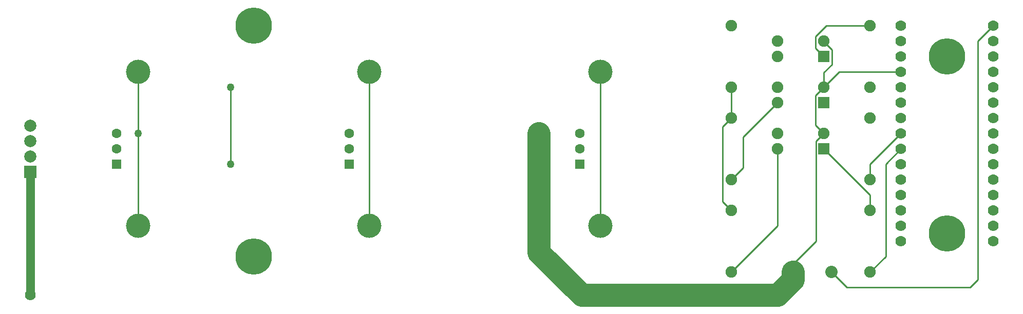
<source format=gtl>
G04*
G04 #@! TF.GenerationSoftware,Altium Limited,CircuitMaker,2.2.1 (2.2.1.6)*
G04*
G04 Layer_Physical_Order=1*
G04 Layer_Color=25308*
%FSLAX25Y25*%
%MOIN*%
G70*
G04*
G04 #@! TF.SameCoordinates,7785A121-3EC8-4D8B-A962-A870CC3C064B*
G04*
G04*
G04 #@! TF.FilePolarity,Positive*
G04*
G01*
G75*
%ADD10C,0.01000*%
%ADD24C,0.05700*%
%ADD25C,0.15000*%
%ADD26C,0.23622*%
%ADD27C,0.07000*%
%ADD28C,0.08000*%
%ADD29C,0.06299*%
%ADD30R,0.06299X0.06299*%
%ADD31C,0.07500*%
%ADD32R,0.07500X0.07500*%
%ADD33C,0.15748*%
%ADD34C,0.07874*%
%ADD35R,0.07874X0.07874*%
%ADD36C,0.05000*%
D10*
X630000Y320000D02*
X640000Y310000D01*
X720000D01*
X725000Y315000D01*
Y470000D01*
X735000Y480000D01*
X620000Y405000D02*
X625001Y410001D01*
X620000Y404870D02*
Y405000D01*
X619751Y404621D02*
X620000Y404870D01*
X619751Y395630D02*
Y404621D01*
Y395630D02*
X620000Y395381D01*
Y340000D02*
Y395381D01*
X605000Y325000D02*
X620000Y340000D01*
X605000Y320000D02*
Y325000D01*
X625001Y469622D02*
X630251Y464372D01*
X625001Y449501D02*
X630251Y454751D01*
Y464372D01*
X180000Y410000D02*
Y450000D01*
Y350000D02*
Y410000D01*
X625001Y469622D02*
Y470001D01*
X240000Y390000D02*
Y440000D01*
X625001Y440001D02*
Y449501D01*
Y440001D02*
X635000Y450000D01*
X675000D01*
X480000Y350000D02*
Y450000D01*
X559300Y365700D02*
X565000Y360000D01*
X559300Y365700D02*
Y414300D01*
X565000Y420000D01*
X655000Y390000D02*
X675000Y410000D01*
X655000Y380000D02*
Y390000D01*
X665100Y390100D02*
X675000Y400000D01*
X665100Y330100D02*
Y390100D01*
X655000Y320000D02*
X665100Y330100D01*
X565000Y320000D02*
X595001Y350001D01*
Y400001D01*
X619700Y465302D02*
X625001Y460001D01*
X619700Y465302D02*
Y473000D01*
X626700Y480000D01*
X655000D01*
Y360000D02*
Y370002D01*
X625001Y400001D02*
X655000Y370002D01*
X572500Y407500D02*
X595001Y430001D01*
X572500Y387500D02*
Y407500D01*
X565000Y380000D02*
X572500Y387500D01*
X619700Y434700D02*
X625001Y440001D01*
X619700Y415302D02*
Y434700D01*
Y415302D02*
X625001Y410001D01*
X565000Y429901D02*
Y440000D01*
Y429901D02*
X565000Y429900D01*
Y420000D02*
Y429900D01*
X330000Y350000D02*
Y450000D01*
D24*
X110000Y305000D02*
Y385000D01*
D25*
X467800Y305000D02*
X595000D01*
X605000Y315000D01*
Y320000D01*
X440000Y332800D02*
X467800Y305000D01*
X440000Y332800D02*
Y410000D01*
D26*
X705000Y345000D02*
D03*
Y460000D02*
D03*
X255000Y330000D02*
D03*
Y480000D02*
D03*
D27*
X735000Y340000D02*
D03*
Y350000D02*
D03*
Y360000D02*
D03*
Y370000D02*
D03*
Y380000D02*
D03*
Y390000D02*
D03*
Y400000D02*
D03*
Y410000D02*
D03*
Y420000D02*
D03*
Y430000D02*
D03*
Y440000D02*
D03*
Y450000D02*
D03*
Y460000D02*
D03*
Y470000D02*
D03*
Y480000D02*
D03*
X675000D02*
D03*
Y470000D02*
D03*
Y460000D02*
D03*
Y450000D02*
D03*
Y440000D02*
D03*
Y430000D02*
D03*
Y420000D02*
D03*
Y410000D02*
D03*
Y400000D02*
D03*
Y390000D02*
D03*
Y380000D02*
D03*
Y370000D02*
D03*
Y360000D02*
D03*
Y350000D02*
D03*
Y340000D02*
D03*
X110000Y305000D02*
D03*
D28*
X630000Y320000D02*
D03*
X605000D02*
D03*
D29*
X165951Y409889D02*
D03*
Y399889D02*
D03*
X316881Y409889D02*
D03*
Y399889D02*
D03*
X466592Y409889D02*
D03*
Y399889D02*
D03*
D30*
X165951Y389889D02*
D03*
X316881D02*
D03*
X466592D02*
D03*
D31*
X595001Y400001D02*
D03*
Y410001D02*
D03*
X625001D02*
D03*
X565000Y360000D02*
D03*
Y320000D02*
D03*
X655000Y360000D02*
D03*
Y320000D02*
D03*
X595001Y430001D02*
D03*
Y440001D02*
D03*
X625001D02*
D03*
X565000Y420000D02*
D03*
Y380000D02*
D03*
X655000Y420000D02*
D03*
Y380000D02*
D03*
X595001Y460001D02*
D03*
Y470001D02*
D03*
X625001D02*
D03*
X565000Y440000D02*
D03*
Y480000D02*
D03*
X655000D02*
D03*
Y440000D02*
D03*
D32*
X625001Y400001D02*
D03*
Y430001D02*
D03*
Y460001D02*
D03*
D33*
X480000Y450000D02*
D03*
Y350000D02*
D03*
X330000Y450000D02*
D03*
Y350000D02*
D03*
X180000Y450000D02*
D03*
Y350000D02*
D03*
D34*
X110000Y415000D02*
D03*
Y405000D02*
D03*
Y395000D02*
D03*
D35*
Y385000D02*
D03*
D36*
X180000Y410000D02*
D03*
X240000Y390000D02*
D03*
Y440000D02*
D03*
X440000Y410000D02*
D03*
M02*

</source>
